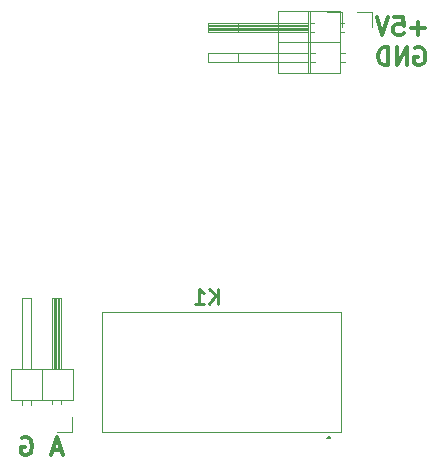
<source format=gbo>
G04 #@! TF.GenerationSoftware,KiCad,Pcbnew,5.1.10*
G04 #@! TF.CreationDate,2021-05-21T02:11:28+02:00*
G04 #@! TF.ProjectId,Weichensimulator-rechts,57656963-6865-46e7-9369-6d756c61746f,rev?*
G04 #@! TF.SameCoordinates,Original*
G04 #@! TF.FileFunction,Legend,Bot*
G04 #@! TF.FilePolarity,Positive*
%FSLAX46Y46*%
G04 Gerber Fmt 4.6, Leading zero omitted, Abs format (unit mm)*
G04 Created by KiCad (PCBNEW 5.1.10) date 2021-05-21 02:11:28*
%MOMM*%
%LPD*%
G01*
G04 APERTURE LIST*
%ADD10C,0.300000*%
%ADD11C,0.100000*%
%ADD12C,0.200000*%
%ADD13C,0.120000*%
%ADD14C,0.254000*%
%ADD15C,3.200000*%
%ADD16C,1.500000*%
%ADD17C,1.800000*%
%ADD18R,1.800000X1.800000*%
%ADD19O,1.600000X1.600000*%
%ADD20C,1.600000*%
%ADD21O,1.700000X1.700000*%
%ADD22R,1.700000X1.700000*%
G04 APERTURE END LIST*
D10*
X151002857Y-91960000D02*
X151145714Y-91888571D01*
X151360000Y-91888571D01*
X151574285Y-91960000D01*
X151717142Y-92102857D01*
X151788571Y-92245714D01*
X151860000Y-92531428D01*
X151860000Y-92745714D01*
X151788571Y-93031428D01*
X151717142Y-93174285D01*
X151574285Y-93317142D01*
X151360000Y-93388571D01*
X151217142Y-93388571D01*
X151002857Y-93317142D01*
X150931428Y-93245714D01*
X150931428Y-92745714D01*
X151217142Y-92745714D01*
X150288571Y-93388571D02*
X150288571Y-91888571D01*
X149431428Y-93388571D01*
X149431428Y-91888571D01*
X148717142Y-93388571D02*
X148717142Y-91888571D01*
X148360000Y-91888571D01*
X148145714Y-91960000D01*
X148002857Y-92102857D01*
X147931428Y-92245714D01*
X147860000Y-92531428D01*
X147860000Y-92745714D01*
X147931428Y-93031428D01*
X148002857Y-93174285D01*
X148145714Y-93317142D01*
X148360000Y-93388571D01*
X148717142Y-93388571D01*
X151788571Y-90277142D02*
X150645714Y-90277142D01*
X151217142Y-90848571D02*
X151217142Y-89705714D01*
X149217142Y-89348571D02*
X149931428Y-89348571D01*
X150002857Y-90062857D01*
X149931428Y-89991428D01*
X149788571Y-89920000D01*
X149431428Y-89920000D01*
X149288571Y-89991428D01*
X149217142Y-90062857D01*
X149145714Y-90205714D01*
X149145714Y-90562857D01*
X149217142Y-90705714D01*
X149288571Y-90777142D01*
X149431428Y-90848571D01*
X149788571Y-90848571D01*
X149931428Y-90777142D01*
X150002857Y-90705714D01*
X148717142Y-89348571D02*
X148217142Y-90848571D01*
X147717142Y-89348571D01*
X121007142Y-125980000D02*
X120292857Y-125980000D01*
X121150000Y-126408571D02*
X120650000Y-124908571D01*
X120150000Y-126408571D01*
X117717142Y-124980000D02*
X117860000Y-124908571D01*
X118074285Y-124908571D01*
X118288571Y-124980000D01*
X118431428Y-125122857D01*
X118502857Y-125265714D01*
X118574285Y-125551428D01*
X118574285Y-125765714D01*
X118502857Y-126051428D01*
X118431428Y-126194285D01*
X118288571Y-126337142D01*
X118074285Y-126408571D01*
X117931428Y-126408571D01*
X117717142Y-126337142D01*
X117645714Y-126265714D01*
X117645714Y-125765714D01*
X117931428Y-125765714D01*
D11*
X144710000Y-124480000D02*
X124510000Y-124480000D01*
X124510000Y-124480000D02*
X124510000Y-114280000D01*
X124510000Y-114280000D02*
X144710000Y-114280000D01*
X144710000Y-114280000D02*
X144710000Y-124480000D01*
D12*
X143610000Y-124990000D02*
X143610000Y-124990000D01*
X143510000Y-124990000D02*
X143510000Y-124990000D01*
X143610000Y-124990000D02*
X143610000Y-124990000D01*
X143710000Y-124990000D02*
G75*
G03*
X143610000Y-124990000I-50000J0D01*
G01*
X143810000Y-124990000D02*
G75*
G03*
X143510000Y-124990000I-150000J0D01*
G01*
X143710000Y-124990000D02*
G75*
G03*
X143610000Y-124990000I-50000J0D01*
G01*
D13*
X121980000Y-121750000D02*
X116780000Y-121750000D01*
X116780000Y-121750000D02*
X116780000Y-119090000D01*
X116780000Y-119090000D02*
X121980000Y-119090000D01*
X121980000Y-119090000D02*
X121980000Y-121750000D01*
X121030000Y-119090000D02*
X121030000Y-113090000D01*
X121030000Y-113090000D02*
X120270000Y-113090000D01*
X120270000Y-113090000D02*
X120270000Y-119090000D01*
X120970000Y-119090000D02*
X120970000Y-113090000D01*
X120850000Y-119090000D02*
X120850000Y-113090000D01*
X120730000Y-119090000D02*
X120730000Y-113090000D01*
X120610000Y-119090000D02*
X120610000Y-113090000D01*
X120490000Y-119090000D02*
X120490000Y-113090000D01*
X120370000Y-119090000D02*
X120370000Y-113090000D01*
X121030000Y-122080000D02*
X121030000Y-121750000D01*
X120270000Y-122080000D02*
X120270000Y-121750000D01*
X119380000Y-121750000D02*
X119380000Y-119090000D01*
X118490000Y-119090000D02*
X118490000Y-113090000D01*
X118490000Y-113090000D02*
X117730000Y-113090000D01*
X117730000Y-113090000D02*
X117730000Y-119090000D01*
X118490000Y-122147071D02*
X118490000Y-121750000D01*
X117730000Y-122147071D02*
X117730000Y-121750000D01*
X120650000Y-124460000D02*
X121920000Y-124460000D01*
X121920000Y-124460000D02*
X121920000Y-123190000D01*
X147320000Y-88900000D02*
X146050000Y-88900000D01*
X147320000Y-90170000D02*
X147320000Y-88900000D01*
X145007071Y-93090000D02*
X144610000Y-93090000D01*
X145007071Y-92330000D02*
X144610000Y-92330000D01*
X135950000Y-93090000D02*
X141950000Y-93090000D01*
X135950000Y-92330000D02*
X135950000Y-93090000D01*
X141950000Y-92330000D02*
X135950000Y-92330000D01*
X144610000Y-91440000D02*
X141950000Y-91440000D01*
X144940000Y-90550000D02*
X144610000Y-90550000D01*
X144940000Y-89790000D02*
X144610000Y-89790000D01*
X141950000Y-90450000D02*
X135950000Y-90450000D01*
X141950000Y-90330000D02*
X135950000Y-90330000D01*
X141950000Y-90210000D02*
X135950000Y-90210000D01*
X141950000Y-90090000D02*
X135950000Y-90090000D01*
X141950000Y-89970000D02*
X135950000Y-89970000D01*
X141950000Y-89850000D02*
X135950000Y-89850000D01*
X135950000Y-90550000D02*
X141950000Y-90550000D01*
X135950000Y-89790000D02*
X135950000Y-90550000D01*
X141950000Y-89790000D02*
X135950000Y-89790000D01*
X141950000Y-88840000D02*
X144610000Y-88840000D01*
X141950000Y-94040000D02*
X141950000Y-88840000D01*
X144610000Y-94040000D02*
X141950000Y-94040000D01*
X144610000Y-88840000D02*
X144610000Y-94040000D01*
X142070000Y-88840000D02*
X142070000Y-94040000D01*
X142070000Y-94040000D02*
X139410000Y-94040000D01*
X139410000Y-94040000D02*
X139410000Y-88840000D01*
X139410000Y-88840000D02*
X142070000Y-88840000D01*
X139410000Y-89790000D02*
X133410000Y-89790000D01*
X133410000Y-89790000D02*
X133410000Y-90550000D01*
X133410000Y-90550000D02*
X139410000Y-90550000D01*
X139410000Y-89850000D02*
X133410000Y-89850000D01*
X139410000Y-89970000D02*
X133410000Y-89970000D01*
X139410000Y-90090000D02*
X133410000Y-90090000D01*
X139410000Y-90210000D02*
X133410000Y-90210000D01*
X139410000Y-90330000D02*
X133410000Y-90330000D01*
X139410000Y-90450000D02*
X133410000Y-90450000D01*
X142400000Y-89790000D02*
X142070000Y-89790000D01*
X142400000Y-90550000D02*
X142070000Y-90550000D01*
X142070000Y-91440000D02*
X139410000Y-91440000D01*
X139410000Y-92330000D02*
X133410000Y-92330000D01*
X133410000Y-92330000D02*
X133410000Y-93090000D01*
X133410000Y-93090000D02*
X139410000Y-93090000D01*
X142467071Y-92330000D02*
X142070000Y-92330000D01*
X142467071Y-93090000D02*
X142070000Y-93090000D01*
X144780000Y-90170000D02*
X144780000Y-88900000D01*
X144780000Y-88900000D02*
X143510000Y-88900000D01*
D14*
X134287380Y-113604523D02*
X134287380Y-112334523D01*
X133561666Y-113604523D02*
X134105952Y-112878809D01*
X133561666Y-112334523D02*
X134287380Y-113060238D01*
X132352142Y-113604523D02*
X133077857Y-113604523D01*
X132715000Y-113604523D02*
X132715000Y-112334523D01*
X132835952Y-112515952D01*
X132956904Y-112636904D01*
X133077857Y-112697380D01*
%LPC*%
D15*
X120650000Y-92710000D03*
D16*
X143510000Y-123190000D03*
X140970000Y-123190000D03*
X135890000Y-123190000D03*
X130810000Y-123190000D03*
X125730000Y-123190000D03*
X125730000Y-115570000D03*
X130810000Y-115570000D03*
X135890000Y-115570000D03*
X140970000Y-115570000D03*
X143510000Y-115570000D03*
D17*
X148590000Y-107950000D03*
D18*
X146050000Y-107950000D03*
X125730000Y-107950000D03*
D17*
X123190000Y-107950000D03*
X126913949Y-98973949D03*
D11*
G36*
X129982792Y-100770000D02*
G01*
X128710000Y-102042792D01*
X127437208Y-100770000D01*
X128710000Y-99497208D01*
X129982792Y-100770000D01*
G37*
D19*
X135890000Y-99060000D03*
D20*
X143510000Y-99060000D03*
D21*
X118110000Y-123190000D03*
D22*
X120650000Y-123190000D03*
X146050000Y-90170000D03*
D21*
X146050000Y-92710000D03*
X143510000Y-92710000D03*
D22*
X143510000Y-90170000D03*
D15*
X151130000Y-123190000D03*
M02*

</source>
